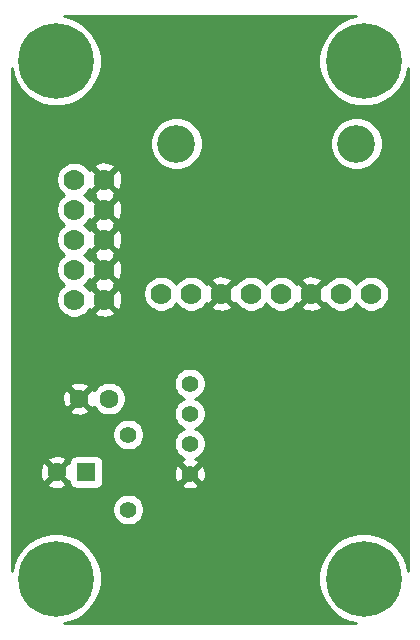
<source format=gbr>
%TF.GenerationSoftware,KiCad,Pcbnew,(5.1.6)-1*%
%TF.CreationDate,2020-11-07T19:51:12-05:00*%
%TF.ProjectId,SatelliteMush,53617465-6c6c-4697-9465-4d7573682e6b,rev?*%
%TF.SameCoordinates,Original*%
%TF.FileFunction,Copper,L2,Bot*%
%TF.FilePolarity,Positive*%
%FSLAX46Y46*%
G04 Gerber Fmt 4.6, Leading zero omitted, Abs format (unit mm)*
G04 Created by KiCad (PCBNEW (5.1.6)-1) date 2020-11-07 19:51:12*
%MOMM*%
%LPD*%
G01*
G04 APERTURE LIST*
%TA.AperFunction,ComponentPad*%
%ADD10C,1.600000*%
%TD*%
%TA.AperFunction,ComponentPad*%
%ADD11C,3.200000*%
%TD*%
%TA.AperFunction,ComponentPad*%
%ADD12C,1.778000*%
%TD*%
%TA.AperFunction,ComponentPad*%
%ADD13R,1.600000X1.600000*%
%TD*%
%TA.AperFunction,ComponentPad*%
%ADD14C,6.400000*%
%TD*%
%TA.AperFunction,ComponentPad*%
%ADD15C,1.422400*%
%TD*%
%TA.AperFunction,Conductor*%
%ADD16C,0.254000*%
%TD*%
G04 APERTURE END LIST*
D10*
%TO.P,C1,2*%
%TO.N,GND*%
X151805000Y-97790000D03*
%TO.P,C1,1*%
%TO.N,+5V*%
X154305000Y-97790000D03*
%TD*%
D11*
%TO.P,U2,10*%
%TO.N,N/C*%
X175260000Y-76200000D03*
%TO.P,U2,9*%
X160020000Y-76200000D03*
D12*
%TO.P,U2,1*%
%TO.N,+5V*%
X158750000Y-88900000D03*
%TO.P,U2,2*%
%TO.N,Net-(U2-Pad2)*%
X161290000Y-88900000D03*
%TO.P,U2,3*%
%TO.N,GND*%
X163830000Y-88900000D03*
%TO.P,U2,4*%
%TO.N,SDA*%
X166370000Y-88900000D03*
%TO.P,U2,5*%
%TO.N,SCL*%
X168910000Y-88900000D03*
%TO.P,U2,6*%
%TO.N,GND*%
X171450000Y-88900000D03*
%TO.P,U2,7*%
%TO.N,Net-(U2-Pad7)*%
X173990000Y-88900000D03*
%TO.P,U2,8*%
%TO.N,Net-(U2-Pad8)*%
X176530000Y-88900000D03*
%TD*%
D10*
%TO.P,C2,2*%
%TO.N,GND*%
X149900000Y-104013000D03*
D13*
%TO.P,C2,1*%
%TO.N,+5V*%
X152400000Y-104013000D03*
%TD*%
D14*
%TO.P,REF\u002A\u002A,1*%
%TO.N,N/C*%
X175895000Y-113030000D03*
%TD*%
%TO.P,REF\u002A\u002A,1*%
%TO.N,N/C*%
X149860000Y-113030000D03*
%TD*%
%TO.P,REF\u002A\u002A,1*%
%TO.N,N/C*%
X149860000Y-69215000D03*
%TD*%
%TO.P,REF\u002A\u002A,1*%
%TO.N,N/C*%
X175895000Y-69215000D03*
%TD*%
D15*
%TO.P,U1,1*%
%TO.N,+5V*%
X161163000Y-96520000D03*
%TO.P,U1,4*%
%TO.N,GND*%
X161163000Y-104140000D03*
%TO.P,U1,3*%
%TO.N,Net-(U1-Pad3)*%
X161163000Y-101600000D03*
%TO.P,U1,2*%
%TO.N,D4*%
X161163000Y-99060000D03*
%TD*%
%TO.P,R1,2*%
%TO.N,D4*%
X155956000Y-107188000D03*
%TO.P,R1,1*%
%TO.N,+5V*%
X155956000Y-100838000D03*
%TD*%
D12*
%TO.P,J1,3*%
%TO.N,D4*%
X151384000Y-86868000D03*
%TO.P,J1,1*%
%TO.N,+5V*%
X151384000Y-89408000D03*
%TO.P,J1,5*%
%TO.N,SDA*%
X151384000Y-84328000D03*
%TO.P,J1,7*%
%TO.N,SCL*%
X151384000Y-81788000D03*
%TO.P,J1,9*%
%TO.N,Net-(J1-Pad9)*%
X151384000Y-79248000D03*
%TO.P,J1,10*%
%TO.N,GND*%
X153924000Y-79248000D03*
%TO.P,J1,4*%
X153924000Y-86868000D03*
%TO.P,J1,2*%
X153924000Y-89408000D03*
%TO.P,J1,6*%
X153924000Y-84328000D03*
%TO.P,J1,8*%
X153924000Y-81788000D03*
%TD*%
D16*
%TO.N,GND*%
G36*
X174776372Y-65527377D02*
G01*
X174078446Y-65816467D01*
X173450330Y-66236161D01*
X172916161Y-66770330D01*
X172496467Y-67398446D01*
X172207377Y-68096372D01*
X172060000Y-68837285D01*
X172060000Y-69592715D01*
X172207377Y-70333628D01*
X172496467Y-71031554D01*
X172916161Y-71659670D01*
X173450330Y-72193839D01*
X174078446Y-72613533D01*
X174776372Y-72902623D01*
X175517285Y-73050000D01*
X176272715Y-73050000D01*
X177013628Y-72902623D01*
X177711554Y-72613533D01*
X178339670Y-72193839D01*
X178873839Y-71659670D01*
X179293533Y-71031554D01*
X179582623Y-70333628D01*
X179680000Y-69844082D01*
X179680001Y-112400923D01*
X179582623Y-111911372D01*
X179293533Y-111213446D01*
X178873839Y-110585330D01*
X178339670Y-110051161D01*
X177711554Y-109631467D01*
X177013628Y-109342377D01*
X176272715Y-109195000D01*
X175517285Y-109195000D01*
X174776372Y-109342377D01*
X174078446Y-109631467D01*
X173450330Y-110051161D01*
X172916161Y-110585330D01*
X172496467Y-111213446D01*
X172207377Y-111911372D01*
X172060000Y-112652285D01*
X172060000Y-113407715D01*
X172207377Y-114148628D01*
X172496467Y-114846554D01*
X172916161Y-115474670D01*
X173450330Y-116008839D01*
X174078446Y-116428533D01*
X174776372Y-116717623D01*
X175265918Y-116815000D01*
X150489082Y-116815000D01*
X150978628Y-116717623D01*
X151676554Y-116428533D01*
X152304670Y-116008839D01*
X152838839Y-115474670D01*
X153258533Y-114846554D01*
X153547623Y-114148628D01*
X153695000Y-113407715D01*
X153695000Y-112652285D01*
X153547623Y-111911372D01*
X153258533Y-111213446D01*
X152838839Y-110585330D01*
X152304670Y-110051161D01*
X151676554Y-109631467D01*
X150978628Y-109342377D01*
X150237715Y-109195000D01*
X149482285Y-109195000D01*
X148741372Y-109342377D01*
X148043446Y-109631467D01*
X147415330Y-110051161D01*
X146881161Y-110585330D01*
X146461467Y-111213446D01*
X146172377Y-111911372D01*
X146075000Y-112400918D01*
X146075000Y-107055411D01*
X154609800Y-107055411D01*
X154609800Y-107320589D01*
X154661533Y-107580672D01*
X154763013Y-107825665D01*
X154910338Y-108046153D01*
X155097847Y-108233662D01*
X155318335Y-108380987D01*
X155563328Y-108482467D01*
X155823411Y-108534200D01*
X156088589Y-108534200D01*
X156348672Y-108482467D01*
X156593665Y-108380987D01*
X156814153Y-108233662D01*
X157001662Y-108046153D01*
X157148987Y-107825665D01*
X157250467Y-107580672D01*
X157302200Y-107320589D01*
X157302200Y-107055411D01*
X157250467Y-106795328D01*
X157148987Y-106550335D01*
X157001662Y-106329847D01*
X156814153Y-106142338D01*
X156593665Y-105995013D01*
X156348672Y-105893533D01*
X156088589Y-105841800D01*
X155823411Y-105841800D01*
X155563328Y-105893533D01*
X155318335Y-105995013D01*
X155097847Y-106142338D01*
X154910338Y-106329847D01*
X154763013Y-106550335D01*
X154661533Y-106795328D01*
X154609800Y-107055411D01*
X146075000Y-107055411D01*
X146075000Y-105005702D01*
X149086903Y-105005702D01*
X149158486Y-105249671D01*
X149413996Y-105370571D01*
X149688184Y-105439300D01*
X149970512Y-105453217D01*
X150250130Y-105411787D01*
X150516292Y-105316603D01*
X150641514Y-105249671D01*
X150713097Y-105005702D01*
X149900000Y-104192605D01*
X149086903Y-105005702D01*
X146075000Y-105005702D01*
X146075000Y-104083512D01*
X148459783Y-104083512D01*
X148501213Y-104363130D01*
X148596397Y-104629292D01*
X148663329Y-104754514D01*
X148907298Y-104826097D01*
X149720395Y-104013000D01*
X150079605Y-104013000D01*
X150892702Y-104826097D01*
X150961928Y-104805785D01*
X150961928Y-104813000D01*
X150974188Y-104937482D01*
X151010498Y-105057180D01*
X151069463Y-105167494D01*
X151148815Y-105264185D01*
X151245506Y-105343537D01*
X151355820Y-105402502D01*
X151475518Y-105438812D01*
X151600000Y-105451072D01*
X153200000Y-105451072D01*
X153324482Y-105438812D01*
X153444180Y-105402502D01*
X153554494Y-105343537D01*
X153651185Y-105264185D01*
X153730537Y-105167494D01*
X153783038Y-105069273D01*
X160413332Y-105069273D01*
X160474152Y-105304183D01*
X160714509Y-105416202D01*
X160972102Y-105479176D01*
X161237030Y-105490687D01*
X161499113Y-105450291D01*
X161748280Y-105359542D01*
X161851848Y-105304183D01*
X161912668Y-105069273D01*
X161163000Y-104319605D01*
X160413332Y-105069273D01*
X153783038Y-105069273D01*
X153789502Y-105057180D01*
X153825812Y-104937482D01*
X153838072Y-104813000D01*
X153838072Y-104214030D01*
X159812313Y-104214030D01*
X159852709Y-104476113D01*
X159943458Y-104725280D01*
X159998817Y-104828848D01*
X160233727Y-104889668D01*
X160983395Y-104140000D01*
X161342605Y-104140000D01*
X162092273Y-104889668D01*
X162327183Y-104828848D01*
X162439202Y-104588491D01*
X162502176Y-104330898D01*
X162513687Y-104065970D01*
X162473291Y-103803887D01*
X162382542Y-103554720D01*
X162327183Y-103451152D01*
X162092273Y-103390332D01*
X161342605Y-104140000D01*
X160983395Y-104140000D01*
X160233727Y-103390332D01*
X159998817Y-103451152D01*
X159886798Y-103691509D01*
X159823824Y-103949102D01*
X159812313Y-104214030D01*
X153838072Y-104214030D01*
X153838072Y-103213000D01*
X153825812Y-103088518D01*
X153789502Y-102968820D01*
X153730537Y-102858506D01*
X153651185Y-102761815D01*
X153554494Y-102682463D01*
X153444180Y-102623498D01*
X153324482Y-102587188D01*
X153200000Y-102574928D01*
X151600000Y-102574928D01*
X151475518Y-102587188D01*
X151355820Y-102623498D01*
X151245506Y-102682463D01*
X151148815Y-102761815D01*
X151069463Y-102858506D01*
X151010498Y-102968820D01*
X150974188Y-103088518D01*
X150961928Y-103213000D01*
X150961928Y-103220215D01*
X150892702Y-103199903D01*
X150079605Y-104013000D01*
X149720395Y-104013000D01*
X148907298Y-103199903D01*
X148663329Y-103271486D01*
X148542429Y-103526996D01*
X148473700Y-103801184D01*
X148459783Y-104083512D01*
X146075000Y-104083512D01*
X146075000Y-103020298D01*
X149086903Y-103020298D01*
X149900000Y-103833395D01*
X150713097Y-103020298D01*
X150641514Y-102776329D01*
X150386004Y-102655429D01*
X150111816Y-102586700D01*
X149829488Y-102572783D01*
X149549870Y-102614213D01*
X149283708Y-102709397D01*
X149158486Y-102776329D01*
X149086903Y-103020298D01*
X146075000Y-103020298D01*
X146075000Y-100705411D01*
X154609800Y-100705411D01*
X154609800Y-100970589D01*
X154661533Y-101230672D01*
X154763013Y-101475665D01*
X154910338Y-101696153D01*
X155097847Y-101883662D01*
X155318335Y-102030987D01*
X155563328Y-102132467D01*
X155823411Y-102184200D01*
X156088589Y-102184200D01*
X156348672Y-102132467D01*
X156593665Y-102030987D01*
X156814153Y-101883662D01*
X157001662Y-101696153D01*
X157148987Y-101475665D01*
X157250467Y-101230672D01*
X157302200Y-100970589D01*
X157302200Y-100705411D01*
X157250467Y-100445328D01*
X157148987Y-100200335D01*
X157001662Y-99979847D01*
X156814153Y-99792338D01*
X156593665Y-99645013D01*
X156348672Y-99543533D01*
X156088589Y-99491800D01*
X155823411Y-99491800D01*
X155563328Y-99543533D01*
X155318335Y-99645013D01*
X155097847Y-99792338D01*
X154910338Y-99979847D01*
X154763013Y-100200335D01*
X154661533Y-100445328D01*
X154609800Y-100705411D01*
X146075000Y-100705411D01*
X146075000Y-98782702D01*
X150991903Y-98782702D01*
X151063486Y-99026671D01*
X151318996Y-99147571D01*
X151593184Y-99216300D01*
X151875512Y-99230217D01*
X152155130Y-99188787D01*
X152421292Y-99093603D01*
X152546514Y-99026671D01*
X152618097Y-98782702D01*
X151805000Y-97969605D01*
X150991903Y-98782702D01*
X146075000Y-98782702D01*
X146075000Y-97860512D01*
X150364783Y-97860512D01*
X150406213Y-98140130D01*
X150501397Y-98406292D01*
X150568329Y-98531514D01*
X150812298Y-98603097D01*
X151625395Y-97790000D01*
X151984605Y-97790000D01*
X152797702Y-98603097D01*
X153041671Y-98531514D01*
X153055324Y-98502659D01*
X153190363Y-98704759D01*
X153390241Y-98904637D01*
X153625273Y-99061680D01*
X153886426Y-99169853D01*
X154163665Y-99225000D01*
X154446335Y-99225000D01*
X154723574Y-99169853D01*
X154984727Y-99061680D01*
X155219759Y-98904637D01*
X155419637Y-98704759D01*
X155576680Y-98469727D01*
X155684853Y-98208574D01*
X155740000Y-97931335D01*
X155740000Y-97648665D01*
X155684853Y-97371426D01*
X155576680Y-97110273D01*
X155419637Y-96875241D01*
X155219759Y-96675363D01*
X154984727Y-96518320D01*
X154723574Y-96410147D01*
X154609274Y-96387411D01*
X159816800Y-96387411D01*
X159816800Y-96652589D01*
X159868533Y-96912672D01*
X159970013Y-97157665D01*
X160117338Y-97378153D01*
X160304847Y-97565662D01*
X160525335Y-97712987D01*
X160711260Y-97790000D01*
X160525335Y-97867013D01*
X160304847Y-98014338D01*
X160117338Y-98201847D01*
X159970013Y-98422335D01*
X159868533Y-98667328D01*
X159816800Y-98927411D01*
X159816800Y-99192589D01*
X159868533Y-99452672D01*
X159970013Y-99697665D01*
X160117338Y-99918153D01*
X160304847Y-100105662D01*
X160525335Y-100252987D01*
X160711260Y-100330000D01*
X160525335Y-100407013D01*
X160304847Y-100554338D01*
X160117338Y-100741847D01*
X159970013Y-100962335D01*
X159868533Y-101207328D01*
X159816800Y-101467411D01*
X159816800Y-101732589D01*
X159868533Y-101992672D01*
X159970013Y-102237665D01*
X160117338Y-102458153D01*
X160304847Y-102645662D01*
X160525335Y-102792987D01*
X160713600Y-102870969D01*
X160577720Y-102920458D01*
X160474152Y-102975817D01*
X160413332Y-103210727D01*
X161163000Y-103960395D01*
X161912668Y-103210727D01*
X161851848Y-102975817D01*
X161620066Y-102867794D01*
X161800665Y-102792987D01*
X162021153Y-102645662D01*
X162208662Y-102458153D01*
X162355987Y-102237665D01*
X162457467Y-101992672D01*
X162509200Y-101732589D01*
X162509200Y-101467411D01*
X162457467Y-101207328D01*
X162355987Y-100962335D01*
X162208662Y-100741847D01*
X162021153Y-100554338D01*
X161800665Y-100407013D01*
X161614740Y-100330000D01*
X161800665Y-100252987D01*
X162021153Y-100105662D01*
X162208662Y-99918153D01*
X162355987Y-99697665D01*
X162457467Y-99452672D01*
X162509200Y-99192589D01*
X162509200Y-98927411D01*
X162457467Y-98667328D01*
X162355987Y-98422335D01*
X162208662Y-98201847D01*
X162021153Y-98014338D01*
X161800665Y-97867013D01*
X161614740Y-97790000D01*
X161800665Y-97712987D01*
X162021153Y-97565662D01*
X162208662Y-97378153D01*
X162355987Y-97157665D01*
X162457467Y-96912672D01*
X162509200Y-96652589D01*
X162509200Y-96387411D01*
X162457467Y-96127328D01*
X162355987Y-95882335D01*
X162208662Y-95661847D01*
X162021153Y-95474338D01*
X161800665Y-95327013D01*
X161555672Y-95225533D01*
X161295589Y-95173800D01*
X161030411Y-95173800D01*
X160770328Y-95225533D01*
X160525335Y-95327013D01*
X160304847Y-95474338D01*
X160117338Y-95661847D01*
X159970013Y-95882335D01*
X159868533Y-96127328D01*
X159816800Y-96387411D01*
X154609274Y-96387411D01*
X154446335Y-96355000D01*
X154163665Y-96355000D01*
X153886426Y-96410147D01*
X153625273Y-96518320D01*
X153390241Y-96675363D01*
X153190363Y-96875241D01*
X153056308Y-97075869D01*
X153041671Y-97048486D01*
X152797702Y-96976903D01*
X151984605Y-97790000D01*
X151625395Y-97790000D01*
X150812298Y-96976903D01*
X150568329Y-97048486D01*
X150447429Y-97303996D01*
X150378700Y-97578184D01*
X150364783Y-97860512D01*
X146075000Y-97860512D01*
X146075000Y-96797298D01*
X150991903Y-96797298D01*
X151805000Y-97610395D01*
X152618097Y-96797298D01*
X152546514Y-96553329D01*
X152291004Y-96432429D01*
X152016816Y-96363700D01*
X151734488Y-96349783D01*
X151454870Y-96391213D01*
X151188708Y-96486397D01*
X151063486Y-96553329D01*
X150991903Y-96797298D01*
X146075000Y-96797298D01*
X146075000Y-79097899D01*
X149860000Y-79097899D01*
X149860000Y-79398101D01*
X149918566Y-79692534D01*
X150033449Y-79969885D01*
X150200232Y-80219493D01*
X150412507Y-80431768D01*
X150541562Y-80518000D01*
X150412507Y-80604232D01*
X150200232Y-80816507D01*
X150033449Y-81066115D01*
X149918566Y-81343466D01*
X149860000Y-81637899D01*
X149860000Y-81938101D01*
X149918566Y-82232534D01*
X150033449Y-82509885D01*
X150200232Y-82759493D01*
X150412507Y-82971768D01*
X150541562Y-83058000D01*
X150412507Y-83144232D01*
X150200232Y-83356507D01*
X150033449Y-83606115D01*
X149918566Y-83883466D01*
X149860000Y-84177899D01*
X149860000Y-84478101D01*
X149918566Y-84772534D01*
X150033449Y-85049885D01*
X150200232Y-85299493D01*
X150412507Y-85511768D01*
X150541562Y-85598000D01*
X150412507Y-85684232D01*
X150200232Y-85896507D01*
X150033449Y-86146115D01*
X149918566Y-86423466D01*
X149860000Y-86717899D01*
X149860000Y-87018101D01*
X149918566Y-87312534D01*
X150033449Y-87589885D01*
X150200232Y-87839493D01*
X150412507Y-88051768D01*
X150541562Y-88138000D01*
X150412507Y-88224232D01*
X150200232Y-88436507D01*
X150033449Y-88686115D01*
X149918566Y-88963466D01*
X149860000Y-89257899D01*
X149860000Y-89558101D01*
X149918566Y-89852534D01*
X150033449Y-90129885D01*
X150200232Y-90379493D01*
X150412507Y-90591768D01*
X150662115Y-90758551D01*
X150939466Y-90873434D01*
X151233899Y-90932000D01*
X151534101Y-90932000D01*
X151828534Y-90873434D01*
X152105885Y-90758551D01*
X152355493Y-90591768D01*
X152483030Y-90464231D01*
X153047374Y-90464231D01*
X153129727Y-90717289D01*
X153400418Y-90847086D01*
X153691230Y-90921580D01*
X153990988Y-90937908D01*
X154288171Y-90895443D01*
X154571359Y-90795816D01*
X154718273Y-90717289D01*
X154800626Y-90464231D01*
X153924000Y-89587605D01*
X153047374Y-90464231D01*
X152483030Y-90464231D01*
X152567768Y-90379493D01*
X152673417Y-90221378D01*
X152867769Y-90284626D01*
X153744395Y-89408000D01*
X154103605Y-89408000D01*
X154980231Y-90284626D01*
X155233289Y-90202273D01*
X155363086Y-89931582D01*
X155437580Y-89640770D01*
X155453908Y-89341012D01*
X155411443Y-89043829D01*
X155311816Y-88760641D01*
X155306075Y-88749899D01*
X157226000Y-88749899D01*
X157226000Y-89050101D01*
X157284566Y-89344534D01*
X157399449Y-89621885D01*
X157566232Y-89871493D01*
X157778507Y-90083768D01*
X158028115Y-90250551D01*
X158305466Y-90365434D01*
X158599899Y-90424000D01*
X158900101Y-90424000D01*
X159194534Y-90365434D01*
X159471885Y-90250551D01*
X159721493Y-90083768D01*
X159933768Y-89871493D01*
X160020000Y-89742438D01*
X160106232Y-89871493D01*
X160318507Y-90083768D01*
X160568115Y-90250551D01*
X160845466Y-90365434D01*
X161139899Y-90424000D01*
X161440101Y-90424000D01*
X161734534Y-90365434D01*
X162011885Y-90250551D01*
X162261493Y-90083768D01*
X162389030Y-89956231D01*
X162953374Y-89956231D01*
X163035727Y-90209289D01*
X163306418Y-90339086D01*
X163597230Y-90413580D01*
X163896988Y-90429908D01*
X164194171Y-90387443D01*
X164477359Y-90287816D01*
X164624273Y-90209289D01*
X164706626Y-89956231D01*
X163830000Y-89079605D01*
X162953374Y-89956231D01*
X162389030Y-89956231D01*
X162473768Y-89871493D01*
X162579417Y-89713378D01*
X162773769Y-89776626D01*
X163650395Y-88900000D01*
X164009605Y-88900000D01*
X164886231Y-89776626D01*
X165080583Y-89713378D01*
X165186232Y-89871493D01*
X165398507Y-90083768D01*
X165648115Y-90250551D01*
X165925466Y-90365434D01*
X166219899Y-90424000D01*
X166520101Y-90424000D01*
X166814534Y-90365434D01*
X167091885Y-90250551D01*
X167341493Y-90083768D01*
X167553768Y-89871493D01*
X167640000Y-89742438D01*
X167726232Y-89871493D01*
X167938507Y-90083768D01*
X168188115Y-90250551D01*
X168465466Y-90365434D01*
X168759899Y-90424000D01*
X169060101Y-90424000D01*
X169354534Y-90365434D01*
X169631885Y-90250551D01*
X169881493Y-90083768D01*
X170009030Y-89956231D01*
X170573374Y-89956231D01*
X170655727Y-90209289D01*
X170926418Y-90339086D01*
X171217230Y-90413580D01*
X171516988Y-90429908D01*
X171814171Y-90387443D01*
X172097359Y-90287816D01*
X172244273Y-90209289D01*
X172326626Y-89956231D01*
X171450000Y-89079605D01*
X170573374Y-89956231D01*
X170009030Y-89956231D01*
X170093768Y-89871493D01*
X170199417Y-89713378D01*
X170393769Y-89776626D01*
X171270395Y-88900000D01*
X171629605Y-88900000D01*
X172506231Y-89776626D01*
X172700583Y-89713378D01*
X172806232Y-89871493D01*
X173018507Y-90083768D01*
X173268115Y-90250551D01*
X173545466Y-90365434D01*
X173839899Y-90424000D01*
X174140101Y-90424000D01*
X174434534Y-90365434D01*
X174711885Y-90250551D01*
X174961493Y-90083768D01*
X175173768Y-89871493D01*
X175260000Y-89742438D01*
X175346232Y-89871493D01*
X175558507Y-90083768D01*
X175808115Y-90250551D01*
X176085466Y-90365434D01*
X176379899Y-90424000D01*
X176680101Y-90424000D01*
X176974534Y-90365434D01*
X177251885Y-90250551D01*
X177501493Y-90083768D01*
X177713768Y-89871493D01*
X177880551Y-89621885D01*
X177995434Y-89344534D01*
X178054000Y-89050101D01*
X178054000Y-88749899D01*
X177995434Y-88455466D01*
X177880551Y-88178115D01*
X177713768Y-87928507D01*
X177501493Y-87716232D01*
X177251885Y-87549449D01*
X176974534Y-87434566D01*
X176680101Y-87376000D01*
X176379899Y-87376000D01*
X176085466Y-87434566D01*
X175808115Y-87549449D01*
X175558507Y-87716232D01*
X175346232Y-87928507D01*
X175260000Y-88057562D01*
X175173768Y-87928507D01*
X174961493Y-87716232D01*
X174711885Y-87549449D01*
X174434534Y-87434566D01*
X174140101Y-87376000D01*
X173839899Y-87376000D01*
X173545466Y-87434566D01*
X173268115Y-87549449D01*
X173018507Y-87716232D01*
X172806232Y-87928507D01*
X172700583Y-88086622D01*
X172506231Y-88023374D01*
X171629605Y-88900000D01*
X171270395Y-88900000D01*
X170393769Y-88023374D01*
X170199417Y-88086622D01*
X170093768Y-87928507D01*
X170009030Y-87843769D01*
X170573374Y-87843769D01*
X171450000Y-88720395D01*
X172326626Y-87843769D01*
X172244273Y-87590711D01*
X171973582Y-87460914D01*
X171682770Y-87386420D01*
X171383012Y-87370092D01*
X171085829Y-87412557D01*
X170802641Y-87512184D01*
X170655727Y-87590711D01*
X170573374Y-87843769D01*
X170009030Y-87843769D01*
X169881493Y-87716232D01*
X169631885Y-87549449D01*
X169354534Y-87434566D01*
X169060101Y-87376000D01*
X168759899Y-87376000D01*
X168465466Y-87434566D01*
X168188115Y-87549449D01*
X167938507Y-87716232D01*
X167726232Y-87928507D01*
X167640000Y-88057562D01*
X167553768Y-87928507D01*
X167341493Y-87716232D01*
X167091885Y-87549449D01*
X166814534Y-87434566D01*
X166520101Y-87376000D01*
X166219899Y-87376000D01*
X165925466Y-87434566D01*
X165648115Y-87549449D01*
X165398507Y-87716232D01*
X165186232Y-87928507D01*
X165080583Y-88086622D01*
X164886231Y-88023374D01*
X164009605Y-88900000D01*
X163650395Y-88900000D01*
X162773769Y-88023374D01*
X162579417Y-88086622D01*
X162473768Y-87928507D01*
X162389030Y-87843769D01*
X162953374Y-87843769D01*
X163830000Y-88720395D01*
X164706626Y-87843769D01*
X164624273Y-87590711D01*
X164353582Y-87460914D01*
X164062770Y-87386420D01*
X163763012Y-87370092D01*
X163465829Y-87412557D01*
X163182641Y-87512184D01*
X163035727Y-87590711D01*
X162953374Y-87843769D01*
X162389030Y-87843769D01*
X162261493Y-87716232D01*
X162011885Y-87549449D01*
X161734534Y-87434566D01*
X161440101Y-87376000D01*
X161139899Y-87376000D01*
X160845466Y-87434566D01*
X160568115Y-87549449D01*
X160318507Y-87716232D01*
X160106232Y-87928507D01*
X160020000Y-88057562D01*
X159933768Y-87928507D01*
X159721493Y-87716232D01*
X159471885Y-87549449D01*
X159194534Y-87434566D01*
X158900101Y-87376000D01*
X158599899Y-87376000D01*
X158305466Y-87434566D01*
X158028115Y-87549449D01*
X157778507Y-87716232D01*
X157566232Y-87928507D01*
X157399449Y-88178115D01*
X157284566Y-88455466D01*
X157226000Y-88749899D01*
X155306075Y-88749899D01*
X155233289Y-88613727D01*
X154980231Y-88531374D01*
X154103605Y-89408000D01*
X153744395Y-89408000D01*
X152867769Y-88531374D01*
X152673417Y-88594622D01*
X152567768Y-88436507D01*
X152355493Y-88224232D01*
X152226438Y-88138000D01*
X152355493Y-88051768D01*
X152483030Y-87924231D01*
X153047374Y-87924231D01*
X153116941Y-88138000D01*
X153047374Y-88351769D01*
X153924000Y-89228395D01*
X154800626Y-88351769D01*
X154731059Y-88138000D01*
X154800626Y-87924231D01*
X153924000Y-87047605D01*
X153047374Y-87924231D01*
X152483030Y-87924231D01*
X152567768Y-87839493D01*
X152673417Y-87681378D01*
X152867769Y-87744626D01*
X153744395Y-86868000D01*
X154103605Y-86868000D01*
X154980231Y-87744626D01*
X155233289Y-87662273D01*
X155363086Y-87391582D01*
X155437580Y-87100770D01*
X155453908Y-86801012D01*
X155411443Y-86503829D01*
X155311816Y-86220641D01*
X155233289Y-86073727D01*
X154980231Y-85991374D01*
X154103605Y-86868000D01*
X153744395Y-86868000D01*
X152867769Y-85991374D01*
X152673417Y-86054622D01*
X152567768Y-85896507D01*
X152355493Y-85684232D01*
X152226438Y-85598000D01*
X152355493Y-85511768D01*
X152483030Y-85384231D01*
X153047374Y-85384231D01*
X153116941Y-85598000D01*
X153047374Y-85811769D01*
X153924000Y-86688395D01*
X154800626Y-85811769D01*
X154731059Y-85598000D01*
X154800626Y-85384231D01*
X153924000Y-84507605D01*
X153047374Y-85384231D01*
X152483030Y-85384231D01*
X152567768Y-85299493D01*
X152673417Y-85141378D01*
X152867769Y-85204626D01*
X153744395Y-84328000D01*
X154103605Y-84328000D01*
X154980231Y-85204626D01*
X155233289Y-85122273D01*
X155363086Y-84851582D01*
X155437580Y-84560770D01*
X155453908Y-84261012D01*
X155411443Y-83963829D01*
X155311816Y-83680641D01*
X155233289Y-83533727D01*
X154980231Y-83451374D01*
X154103605Y-84328000D01*
X153744395Y-84328000D01*
X152867769Y-83451374D01*
X152673417Y-83514622D01*
X152567768Y-83356507D01*
X152355493Y-83144232D01*
X152226438Y-83058000D01*
X152355493Y-82971768D01*
X152483030Y-82844231D01*
X153047374Y-82844231D01*
X153116941Y-83058000D01*
X153047374Y-83271769D01*
X153924000Y-84148395D01*
X154800626Y-83271769D01*
X154731059Y-83058000D01*
X154800626Y-82844231D01*
X153924000Y-81967605D01*
X153047374Y-82844231D01*
X152483030Y-82844231D01*
X152567768Y-82759493D01*
X152673417Y-82601378D01*
X152867769Y-82664626D01*
X153744395Y-81788000D01*
X154103605Y-81788000D01*
X154980231Y-82664626D01*
X155233289Y-82582273D01*
X155363086Y-82311582D01*
X155437580Y-82020770D01*
X155453908Y-81721012D01*
X155411443Y-81423829D01*
X155311816Y-81140641D01*
X155233289Y-80993727D01*
X154980231Y-80911374D01*
X154103605Y-81788000D01*
X153744395Y-81788000D01*
X152867769Y-80911374D01*
X152673417Y-80974622D01*
X152567768Y-80816507D01*
X152355493Y-80604232D01*
X152226438Y-80518000D01*
X152355493Y-80431768D01*
X152483030Y-80304231D01*
X153047374Y-80304231D01*
X153116941Y-80518000D01*
X153047374Y-80731769D01*
X153924000Y-81608395D01*
X154800626Y-80731769D01*
X154731059Y-80518000D01*
X154800626Y-80304231D01*
X153924000Y-79427605D01*
X153047374Y-80304231D01*
X152483030Y-80304231D01*
X152567768Y-80219493D01*
X152673417Y-80061378D01*
X152867769Y-80124626D01*
X153744395Y-79248000D01*
X154103605Y-79248000D01*
X154980231Y-80124626D01*
X155233289Y-80042273D01*
X155363086Y-79771582D01*
X155437580Y-79480770D01*
X155453908Y-79181012D01*
X155411443Y-78883829D01*
X155311816Y-78600641D01*
X155233289Y-78453727D01*
X154980231Y-78371374D01*
X154103605Y-79248000D01*
X153744395Y-79248000D01*
X152867769Y-78371374D01*
X152673417Y-78434622D01*
X152567768Y-78276507D01*
X152483030Y-78191769D01*
X153047374Y-78191769D01*
X153924000Y-79068395D01*
X154800626Y-78191769D01*
X154718273Y-77938711D01*
X154447582Y-77808914D01*
X154156770Y-77734420D01*
X153857012Y-77718092D01*
X153559829Y-77760557D01*
X153276641Y-77860184D01*
X153129727Y-77938711D01*
X153047374Y-78191769D01*
X152483030Y-78191769D01*
X152355493Y-78064232D01*
X152105885Y-77897449D01*
X151828534Y-77782566D01*
X151534101Y-77724000D01*
X151233899Y-77724000D01*
X150939466Y-77782566D01*
X150662115Y-77897449D01*
X150412507Y-78064232D01*
X150200232Y-78276507D01*
X150033449Y-78526115D01*
X149918566Y-78803466D01*
X149860000Y-79097899D01*
X146075000Y-79097899D01*
X146075000Y-75979872D01*
X157785000Y-75979872D01*
X157785000Y-76420128D01*
X157870890Y-76851925D01*
X158039369Y-77258669D01*
X158283962Y-77624729D01*
X158595271Y-77936038D01*
X158961331Y-78180631D01*
X159368075Y-78349110D01*
X159799872Y-78435000D01*
X160240128Y-78435000D01*
X160671925Y-78349110D01*
X161078669Y-78180631D01*
X161444729Y-77936038D01*
X161756038Y-77624729D01*
X162000631Y-77258669D01*
X162169110Y-76851925D01*
X162255000Y-76420128D01*
X162255000Y-75979872D01*
X173025000Y-75979872D01*
X173025000Y-76420128D01*
X173110890Y-76851925D01*
X173279369Y-77258669D01*
X173523962Y-77624729D01*
X173835271Y-77936038D01*
X174201331Y-78180631D01*
X174608075Y-78349110D01*
X175039872Y-78435000D01*
X175480128Y-78435000D01*
X175911925Y-78349110D01*
X176318669Y-78180631D01*
X176684729Y-77936038D01*
X176996038Y-77624729D01*
X177240631Y-77258669D01*
X177409110Y-76851925D01*
X177495000Y-76420128D01*
X177495000Y-75979872D01*
X177409110Y-75548075D01*
X177240631Y-75141331D01*
X176996038Y-74775271D01*
X176684729Y-74463962D01*
X176318669Y-74219369D01*
X175911925Y-74050890D01*
X175480128Y-73965000D01*
X175039872Y-73965000D01*
X174608075Y-74050890D01*
X174201331Y-74219369D01*
X173835271Y-74463962D01*
X173523962Y-74775271D01*
X173279369Y-75141331D01*
X173110890Y-75548075D01*
X173025000Y-75979872D01*
X162255000Y-75979872D01*
X162169110Y-75548075D01*
X162000631Y-75141331D01*
X161756038Y-74775271D01*
X161444729Y-74463962D01*
X161078669Y-74219369D01*
X160671925Y-74050890D01*
X160240128Y-73965000D01*
X159799872Y-73965000D01*
X159368075Y-74050890D01*
X158961331Y-74219369D01*
X158595271Y-74463962D01*
X158283962Y-74775271D01*
X158039369Y-75141331D01*
X157870890Y-75548075D01*
X157785000Y-75979872D01*
X146075000Y-75979872D01*
X146075000Y-69844082D01*
X146172377Y-70333628D01*
X146461467Y-71031554D01*
X146881161Y-71659670D01*
X147415330Y-72193839D01*
X148043446Y-72613533D01*
X148741372Y-72902623D01*
X149482285Y-73050000D01*
X150237715Y-73050000D01*
X150978628Y-72902623D01*
X151676554Y-72613533D01*
X152304670Y-72193839D01*
X152838839Y-71659670D01*
X153258533Y-71031554D01*
X153547623Y-70333628D01*
X153695000Y-69592715D01*
X153695000Y-68837285D01*
X153547623Y-68096372D01*
X153258533Y-67398446D01*
X152838839Y-66770330D01*
X152304670Y-66236161D01*
X151676554Y-65816467D01*
X150978628Y-65527377D01*
X150489082Y-65430000D01*
X175265918Y-65430000D01*
X174776372Y-65527377D01*
G37*
X174776372Y-65527377D02*
X174078446Y-65816467D01*
X173450330Y-66236161D01*
X172916161Y-66770330D01*
X172496467Y-67398446D01*
X172207377Y-68096372D01*
X172060000Y-68837285D01*
X172060000Y-69592715D01*
X172207377Y-70333628D01*
X172496467Y-71031554D01*
X172916161Y-71659670D01*
X173450330Y-72193839D01*
X174078446Y-72613533D01*
X174776372Y-72902623D01*
X175517285Y-73050000D01*
X176272715Y-73050000D01*
X177013628Y-72902623D01*
X177711554Y-72613533D01*
X178339670Y-72193839D01*
X178873839Y-71659670D01*
X179293533Y-71031554D01*
X179582623Y-70333628D01*
X179680000Y-69844082D01*
X179680001Y-112400923D01*
X179582623Y-111911372D01*
X179293533Y-111213446D01*
X178873839Y-110585330D01*
X178339670Y-110051161D01*
X177711554Y-109631467D01*
X177013628Y-109342377D01*
X176272715Y-109195000D01*
X175517285Y-109195000D01*
X174776372Y-109342377D01*
X174078446Y-109631467D01*
X173450330Y-110051161D01*
X172916161Y-110585330D01*
X172496467Y-111213446D01*
X172207377Y-111911372D01*
X172060000Y-112652285D01*
X172060000Y-113407715D01*
X172207377Y-114148628D01*
X172496467Y-114846554D01*
X172916161Y-115474670D01*
X173450330Y-116008839D01*
X174078446Y-116428533D01*
X174776372Y-116717623D01*
X175265918Y-116815000D01*
X150489082Y-116815000D01*
X150978628Y-116717623D01*
X151676554Y-116428533D01*
X152304670Y-116008839D01*
X152838839Y-115474670D01*
X153258533Y-114846554D01*
X153547623Y-114148628D01*
X153695000Y-113407715D01*
X153695000Y-112652285D01*
X153547623Y-111911372D01*
X153258533Y-111213446D01*
X152838839Y-110585330D01*
X152304670Y-110051161D01*
X151676554Y-109631467D01*
X150978628Y-109342377D01*
X150237715Y-109195000D01*
X149482285Y-109195000D01*
X148741372Y-109342377D01*
X148043446Y-109631467D01*
X147415330Y-110051161D01*
X146881161Y-110585330D01*
X146461467Y-111213446D01*
X146172377Y-111911372D01*
X146075000Y-112400918D01*
X146075000Y-107055411D01*
X154609800Y-107055411D01*
X154609800Y-107320589D01*
X154661533Y-107580672D01*
X154763013Y-107825665D01*
X154910338Y-108046153D01*
X155097847Y-108233662D01*
X155318335Y-108380987D01*
X155563328Y-108482467D01*
X155823411Y-108534200D01*
X156088589Y-108534200D01*
X156348672Y-108482467D01*
X156593665Y-108380987D01*
X156814153Y-108233662D01*
X157001662Y-108046153D01*
X157148987Y-107825665D01*
X157250467Y-107580672D01*
X157302200Y-107320589D01*
X157302200Y-107055411D01*
X157250467Y-106795328D01*
X157148987Y-106550335D01*
X157001662Y-106329847D01*
X156814153Y-106142338D01*
X156593665Y-105995013D01*
X156348672Y-105893533D01*
X156088589Y-105841800D01*
X155823411Y-105841800D01*
X155563328Y-105893533D01*
X155318335Y-105995013D01*
X155097847Y-106142338D01*
X154910338Y-106329847D01*
X154763013Y-106550335D01*
X154661533Y-106795328D01*
X154609800Y-107055411D01*
X146075000Y-107055411D01*
X146075000Y-105005702D01*
X149086903Y-105005702D01*
X149158486Y-105249671D01*
X149413996Y-105370571D01*
X149688184Y-105439300D01*
X149970512Y-105453217D01*
X150250130Y-105411787D01*
X150516292Y-105316603D01*
X150641514Y-105249671D01*
X150713097Y-105005702D01*
X149900000Y-104192605D01*
X149086903Y-105005702D01*
X146075000Y-105005702D01*
X146075000Y-104083512D01*
X148459783Y-104083512D01*
X148501213Y-104363130D01*
X148596397Y-104629292D01*
X148663329Y-104754514D01*
X148907298Y-104826097D01*
X149720395Y-104013000D01*
X150079605Y-104013000D01*
X150892702Y-104826097D01*
X150961928Y-104805785D01*
X150961928Y-104813000D01*
X150974188Y-104937482D01*
X151010498Y-105057180D01*
X151069463Y-105167494D01*
X151148815Y-105264185D01*
X151245506Y-105343537D01*
X151355820Y-105402502D01*
X151475518Y-105438812D01*
X151600000Y-105451072D01*
X153200000Y-105451072D01*
X153324482Y-105438812D01*
X153444180Y-105402502D01*
X153554494Y-105343537D01*
X153651185Y-105264185D01*
X153730537Y-105167494D01*
X153783038Y-105069273D01*
X160413332Y-105069273D01*
X160474152Y-105304183D01*
X160714509Y-105416202D01*
X160972102Y-105479176D01*
X161237030Y-105490687D01*
X161499113Y-105450291D01*
X161748280Y-105359542D01*
X161851848Y-105304183D01*
X161912668Y-105069273D01*
X161163000Y-104319605D01*
X160413332Y-105069273D01*
X153783038Y-105069273D01*
X153789502Y-105057180D01*
X153825812Y-104937482D01*
X153838072Y-104813000D01*
X153838072Y-104214030D01*
X159812313Y-104214030D01*
X159852709Y-104476113D01*
X159943458Y-104725280D01*
X159998817Y-104828848D01*
X160233727Y-104889668D01*
X160983395Y-104140000D01*
X161342605Y-104140000D01*
X162092273Y-104889668D01*
X162327183Y-104828848D01*
X162439202Y-104588491D01*
X162502176Y-104330898D01*
X162513687Y-104065970D01*
X162473291Y-103803887D01*
X162382542Y-103554720D01*
X162327183Y-103451152D01*
X162092273Y-103390332D01*
X161342605Y-104140000D01*
X160983395Y-104140000D01*
X160233727Y-103390332D01*
X159998817Y-103451152D01*
X159886798Y-103691509D01*
X159823824Y-103949102D01*
X159812313Y-104214030D01*
X153838072Y-104214030D01*
X153838072Y-103213000D01*
X153825812Y-103088518D01*
X153789502Y-102968820D01*
X153730537Y-102858506D01*
X153651185Y-102761815D01*
X153554494Y-102682463D01*
X153444180Y-102623498D01*
X153324482Y-102587188D01*
X153200000Y-102574928D01*
X151600000Y-102574928D01*
X151475518Y-102587188D01*
X151355820Y-102623498D01*
X151245506Y-102682463D01*
X151148815Y-102761815D01*
X151069463Y-102858506D01*
X151010498Y-102968820D01*
X150974188Y-103088518D01*
X150961928Y-103213000D01*
X150961928Y-103220215D01*
X150892702Y-103199903D01*
X150079605Y-104013000D01*
X149720395Y-104013000D01*
X148907298Y-103199903D01*
X148663329Y-103271486D01*
X148542429Y-103526996D01*
X148473700Y-103801184D01*
X148459783Y-104083512D01*
X146075000Y-104083512D01*
X146075000Y-103020298D01*
X149086903Y-103020298D01*
X149900000Y-103833395D01*
X150713097Y-103020298D01*
X150641514Y-102776329D01*
X150386004Y-102655429D01*
X150111816Y-102586700D01*
X149829488Y-102572783D01*
X149549870Y-102614213D01*
X149283708Y-102709397D01*
X149158486Y-102776329D01*
X149086903Y-103020298D01*
X146075000Y-103020298D01*
X146075000Y-100705411D01*
X154609800Y-100705411D01*
X154609800Y-100970589D01*
X154661533Y-101230672D01*
X154763013Y-101475665D01*
X154910338Y-101696153D01*
X155097847Y-101883662D01*
X155318335Y-102030987D01*
X155563328Y-102132467D01*
X155823411Y-102184200D01*
X156088589Y-102184200D01*
X156348672Y-102132467D01*
X156593665Y-102030987D01*
X156814153Y-101883662D01*
X157001662Y-101696153D01*
X157148987Y-101475665D01*
X157250467Y-101230672D01*
X157302200Y-100970589D01*
X157302200Y-100705411D01*
X157250467Y-100445328D01*
X157148987Y-100200335D01*
X157001662Y-99979847D01*
X156814153Y-99792338D01*
X156593665Y-99645013D01*
X156348672Y-99543533D01*
X156088589Y-99491800D01*
X155823411Y-99491800D01*
X155563328Y-99543533D01*
X155318335Y-99645013D01*
X155097847Y-99792338D01*
X154910338Y-99979847D01*
X154763013Y-100200335D01*
X154661533Y-100445328D01*
X154609800Y-100705411D01*
X146075000Y-100705411D01*
X146075000Y-98782702D01*
X150991903Y-98782702D01*
X151063486Y-99026671D01*
X151318996Y-99147571D01*
X151593184Y-99216300D01*
X151875512Y-99230217D01*
X152155130Y-99188787D01*
X152421292Y-99093603D01*
X152546514Y-99026671D01*
X152618097Y-98782702D01*
X151805000Y-97969605D01*
X150991903Y-98782702D01*
X146075000Y-98782702D01*
X146075000Y-97860512D01*
X150364783Y-97860512D01*
X150406213Y-98140130D01*
X150501397Y-98406292D01*
X150568329Y-98531514D01*
X150812298Y-98603097D01*
X151625395Y-97790000D01*
X151984605Y-97790000D01*
X152797702Y-98603097D01*
X153041671Y-98531514D01*
X153055324Y-98502659D01*
X153190363Y-98704759D01*
X153390241Y-98904637D01*
X153625273Y-99061680D01*
X153886426Y-99169853D01*
X154163665Y-99225000D01*
X154446335Y-99225000D01*
X154723574Y-99169853D01*
X154984727Y-99061680D01*
X155219759Y-98904637D01*
X155419637Y-98704759D01*
X155576680Y-98469727D01*
X155684853Y-98208574D01*
X155740000Y-97931335D01*
X155740000Y-97648665D01*
X155684853Y-97371426D01*
X155576680Y-97110273D01*
X155419637Y-96875241D01*
X155219759Y-96675363D01*
X154984727Y-96518320D01*
X154723574Y-96410147D01*
X154609274Y-96387411D01*
X159816800Y-96387411D01*
X159816800Y-96652589D01*
X159868533Y-96912672D01*
X159970013Y-97157665D01*
X160117338Y-97378153D01*
X160304847Y-97565662D01*
X160525335Y-97712987D01*
X160711260Y-97790000D01*
X160525335Y-97867013D01*
X160304847Y-98014338D01*
X160117338Y-98201847D01*
X159970013Y-98422335D01*
X159868533Y-98667328D01*
X159816800Y-98927411D01*
X159816800Y-99192589D01*
X159868533Y-99452672D01*
X159970013Y-99697665D01*
X160117338Y-99918153D01*
X160304847Y-100105662D01*
X160525335Y-100252987D01*
X160711260Y-100330000D01*
X160525335Y-100407013D01*
X160304847Y-100554338D01*
X160117338Y-100741847D01*
X159970013Y-100962335D01*
X159868533Y-101207328D01*
X159816800Y-101467411D01*
X159816800Y-101732589D01*
X159868533Y-101992672D01*
X159970013Y-102237665D01*
X160117338Y-102458153D01*
X160304847Y-102645662D01*
X160525335Y-102792987D01*
X160713600Y-102870969D01*
X160577720Y-102920458D01*
X160474152Y-102975817D01*
X160413332Y-103210727D01*
X161163000Y-103960395D01*
X161912668Y-103210727D01*
X161851848Y-102975817D01*
X161620066Y-102867794D01*
X161800665Y-102792987D01*
X162021153Y-102645662D01*
X162208662Y-102458153D01*
X162355987Y-102237665D01*
X162457467Y-101992672D01*
X162509200Y-101732589D01*
X162509200Y-101467411D01*
X162457467Y-101207328D01*
X162355987Y-100962335D01*
X162208662Y-100741847D01*
X162021153Y-100554338D01*
X161800665Y-100407013D01*
X161614740Y-100330000D01*
X161800665Y-100252987D01*
X162021153Y-100105662D01*
X162208662Y-99918153D01*
X162355987Y-99697665D01*
X162457467Y-99452672D01*
X162509200Y-99192589D01*
X162509200Y-98927411D01*
X162457467Y-98667328D01*
X162355987Y-98422335D01*
X162208662Y-98201847D01*
X162021153Y-98014338D01*
X161800665Y-97867013D01*
X161614740Y-97790000D01*
X161800665Y-97712987D01*
X162021153Y-97565662D01*
X162208662Y-97378153D01*
X162355987Y-97157665D01*
X162457467Y-96912672D01*
X162509200Y-96652589D01*
X162509200Y-96387411D01*
X162457467Y-96127328D01*
X162355987Y-95882335D01*
X162208662Y-95661847D01*
X162021153Y-95474338D01*
X161800665Y-95327013D01*
X161555672Y-95225533D01*
X161295589Y-95173800D01*
X161030411Y-95173800D01*
X160770328Y-95225533D01*
X160525335Y-95327013D01*
X160304847Y-95474338D01*
X160117338Y-95661847D01*
X159970013Y-95882335D01*
X159868533Y-96127328D01*
X159816800Y-96387411D01*
X154609274Y-96387411D01*
X154446335Y-96355000D01*
X154163665Y-96355000D01*
X153886426Y-96410147D01*
X153625273Y-96518320D01*
X153390241Y-96675363D01*
X153190363Y-96875241D01*
X153056308Y-97075869D01*
X153041671Y-97048486D01*
X152797702Y-96976903D01*
X151984605Y-97790000D01*
X151625395Y-97790000D01*
X150812298Y-96976903D01*
X150568329Y-97048486D01*
X150447429Y-97303996D01*
X150378700Y-97578184D01*
X150364783Y-97860512D01*
X146075000Y-97860512D01*
X146075000Y-96797298D01*
X150991903Y-96797298D01*
X151805000Y-97610395D01*
X152618097Y-96797298D01*
X152546514Y-96553329D01*
X152291004Y-96432429D01*
X152016816Y-96363700D01*
X151734488Y-96349783D01*
X151454870Y-96391213D01*
X151188708Y-96486397D01*
X151063486Y-96553329D01*
X150991903Y-96797298D01*
X146075000Y-96797298D01*
X146075000Y-79097899D01*
X149860000Y-79097899D01*
X149860000Y-79398101D01*
X149918566Y-79692534D01*
X150033449Y-79969885D01*
X150200232Y-80219493D01*
X150412507Y-80431768D01*
X150541562Y-80518000D01*
X150412507Y-80604232D01*
X150200232Y-80816507D01*
X150033449Y-81066115D01*
X149918566Y-81343466D01*
X149860000Y-81637899D01*
X149860000Y-81938101D01*
X149918566Y-82232534D01*
X150033449Y-82509885D01*
X150200232Y-82759493D01*
X150412507Y-82971768D01*
X150541562Y-83058000D01*
X150412507Y-83144232D01*
X150200232Y-83356507D01*
X150033449Y-83606115D01*
X149918566Y-83883466D01*
X149860000Y-84177899D01*
X149860000Y-84478101D01*
X149918566Y-84772534D01*
X150033449Y-85049885D01*
X150200232Y-85299493D01*
X150412507Y-85511768D01*
X150541562Y-85598000D01*
X150412507Y-85684232D01*
X150200232Y-85896507D01*
X150033449Y-86146115D01*
X149918566Y-86423466D01*
X149860000Y-86717899D01*
X149860000Y-87018101D01*
X149918566Y-87312534D01*
X150033449Y-87589885D01*
X150200232Y-87839493D01*
X150412507Y-88051768D01*
X150541562Y-88138000D01*
X150412507Y-88224232D01*
X150200232Y-88436507D01*
X150033449Y-88686115D01*
X149918566Y-88963466D01*
X149860000Y-89257899D01*
X149860000Y-89558101D01*
X149918566Y-89852534D01*
X150033449Y-90129885D01*
X150200232Y-90379493D01*
X150412507Y-90591768D01*
X150662115Y-90758551D01*
X150939466Y-90873434D01*
X151233899Y-90932000D01*
X151534101Y-90932000D01*
X151828534Y-90873434D01*
X152105885Y-90758551D01*
X152355493Y-90591768D01*
X152483030Y-90464231D01*
X153047374Y-90464231D01*
X153129727Y-90717289D01*
X153400418Y-90847086D01*
X153691230Y-90921580D01*
X153990988Y-90937908D01*
X154288171Y-90895443D01*
X154571359Y-90795816D01*
X154718273Y-90717289D01*
X154800626Y-90464231D01*
X153924000Y-89587605D01*
X153047374Y-90464231D01*
X152483030Y-90464231D01*
X152567768Y-90379493D01*
X152673417Y-90221378D01*
X152867769Y-90284626D01*
X153744395Y-89408000D01*
X154103605Y-89408000D01*
X154980231Y-90284626D01*
X155233289Y-90202273D01*
X155363086Y-89931582D01*
X155437580Y-89640770D01*
X155453908Y-89341012D01*
X155411443Y-89043829D01*
X155311816Y-88760641D01*
X155306075Y-88749899D01*
X157226000Y-88749899D01*
X157226000Y-89050101D01*
X157284566Y-89344534D01*
X157399449Y-89621885D01*
X157566232Y-89871493D01*
X157778507Y-90083768D01*
X158028115Y-90250551D01*
X158305466Y-90365434D01*
X158599899Y-90424000D01*
X158900101Y-90424000D01*
X159194534Y-90365434D01*
X159471885Y-90250551D01*
X159721493Y-90083768D01*
X159933768Y-89871493D01*
X160020000Y-89742438D01*
X160106232Y-89871493D01*
X160318507Y-90083768D01*
X160568115Y-90250551D01*
X160845466Y-90365434D01*
X161139899Y-90424000D01*
X161440101Y-90424000D01*
X161734534Y-90365434D01*
X162011885Y-90250551D01*
X162261493Y-90083768D01*
X162389030Y-89956231D01*
X162953374Y-89956231D01*
X163035727Y-90209289D01*
X163306418Y-90339086D01*
X163597230Y-90413580D01*
X163896988Y-90429908D01*
X164194171Y-90387443D01*
X164477359Y-90287816D01*
X164624273Y-90209289D01*
X164706626Y-89956231D01*
X163830000Y-89079605D01*
X162953374Y-89956231D01*
X162389030Y-89956231D01*
X162473768Y-89871493D01*
X162579417Y-89713378D01*
X162773769Y-89776626D01*
X163650395Y-88900000D01*
X164009605Y-88900000D01*
X164886231Y-89776626D01*
X165080583Y-89713378D01*
X165186232Y-89871493D01*
X165398507Y-90083768D01*
X165648115Y-90250551D01*
X165925466Y-90365434D01*
X166219899Y-90424000D01*
X166520101Y-90424000D01*
X166814534Y-90365434D01*
X167091885Y-90250551D01*
X167341493Y-90083768D01*
X167553768Y-89871493D01*
X167640000Y-89742438D01*
X167726232Y-89871493D01*
X167938507Y-90083768D01*
X168188115Y-90250551D01*
X168465466Y-90365434D01*
X168759899Y-90424000D01*
X169060101Y-90424000D01*
X169354534Y-90365434D01*
X169631885Y-90250551D01*
X169881493Y-90083768D01*
X170009030Y-89956231D01*
X170573374Y-89956231D01*
X170655727Y-90209289D01*
X170926418Y-90339086D01*
X171217230Y-90413580D01*
X171516988Y-90429908D01*
X171814171Y-90387443D01*
X172097359Y-90287816D01*
X172244273Y-90209289D01*
X172326626Y-89956231D01*
X171450000Y-89079605D01*
X170573374Y-89956231D01*
X170009030Y-89956231D01*
X170093768Y-89871493D01*
X170199417Y-89713378D01*
X170393769Y-89776626D01*
X171270395Y-88900000D01*
X171629605Y-88900000D01*
X172506231Y-89776626D01*
X172700583Y-89713378D01*
X172806232Y-89871493D01*
X173018507Y-90083768D01*
X173268115Y-90250551D01*
X173545466Y-90365434D01*
X173839899Y-90424000D01*
X174140101Y-90424000D01*
X174434534Y-90365434D01*
X174711885Y-90250551D01*
X174961493Y-90083768D01*
X175173768Y-89871493D01*
X175260000Y-89742438D01*
X175346232Y-89871493D01*
X175558507Y-90083768D01*
X175808115Y-90250551D01*
X176085466Y-90365434D01*
X176379899Y-90424000D01*
X176680101Y-90424000D01*
X176974534Y-90365434D01*
X177251885Y-90250551D01*
X177501493Y-90083768D01*
X177713768Y-89871493D01*
X177880551Y-89621885D01*
X177995434Y-89344534D01*
X178054000Y-89050101D01*
X178054000Y-88749899D01*
X177995434Y-88455466D01*
X177880551Y-88178115D01*
X177713768Y-87928507D01*
X177501493Y-87716232D01*
X177251885Y-87549449D01*
X176974534Y-87434566D01*
X176680101Y-87376000D01*
X176379899Y-87376000D01*
X176085466Y-87434566D01*
X175808115Y-87549449D01*
X175558507Y-87716232D01*
X175346232Y-87928507D01*
X175260000Y-88057562D01*
X175173768Y-87928507D01*
X174961493Y-87716232D01*
X174711885Y-87549449D01*
X174434534Y-87434566D01*
X174140101Y-87376000D01*
X173839899Y-87376000D01*
X173545466Y-87434566D01*
X173268115Y-87549449D01*
X173018507Y-87716232D01*
X172806232Y-87928507D01*
X172700583Y-88086622D01*
X172506231Y-88023374D01*
X171629605Y-88900000D01*
X171270395Y-88900000D01*
X170393769Y-88023374D01*
X170199417Y-88086622D01*
X170093768Y-87928507D01*
X170009030Y-87843769D01*
X170573374Y-87843769D01*
X171450000Y-88720395D01*
X172326626Y-87843769D01*
X172244273Y-87590711D01*
X171973582Y-87460914D01*
X171682770Y-87386420D01*
X171383012Y-87370092D01*
X171085829Y-87412557D01*
X170802641Y-87512184D01*
X170655727Y-87590711D01*
X170573374Y-87843769D01*
X170009030Y-87843769D01*
X169881493Y-87716232D01*
X169631885Y-87549449D01*
X169354534Y-87434566D01*
X169060101Y-87376000D01*
X168759899Y-87376000D01*
X168465466Y-87434566D01*
X168188115Y-87549449D01*
X167938507Y-87716232D01*
X167726232Y-87928507D01*
X167640000Y-88057562D01*
X167553768Y-87928507D01*
X167341493Y-87716232D01*
X167091885Y-87549449D01*
X166814534Y-87434566D01*
X166520101Y-87376000D01*
X166219899Y-87376000D01*
X165925466Y-87434566D01*
X165648115Y-87549449D01*
X165398507Y-87716232D01*
X165186232Y-87928507D01*
X165080583Y-88086622D01*
X164886231Y-88023374D01*
X164009605Y-88900000D01*
X163650395Y-88900000D01*
X162773769Y-88023374D01*
X162579417Y-88086622D01*
X162473768Y-87928507D01*
X162389030Y-87843769D01*
X162953374Y-87843769D01*
X163830000Y-88720395D01*
X164706626Y-87843769D01*
X164624273Y-87590711D01*
X164353582Y-87460914D01*
X164062770Y-87386420D01*
X163763012Y-87370092D01*
X163465829Y-87412557D01*
X163182641Y-87512184D01*
X163035727Y-87590711D01*
X162953374Y-87843769D01*
X162389030Y-87843769D01*
X162261493Y-87716232D01*
X162011885Y-87549449D01*
X161734534Y-87434566D01*
X161440101Y-87376000D01*
X161139899Y-87376000D01*
X160845466Y-87434566D01*
X160568115Y-87549449D01*
X160318507Y-87716232D01*
X160106232Y-87928507D01*
X160020000Y-88057562D01*
X159933768Y-87928507D01*
X159721493Y-87716232D01*
X159471885Y-87549449D01*
X159194534Y-87434566D01*
X158900101Y-87376000D01*
X158599899Y-87376000D01*
X158305466Y-87434566D01*
X158028115Y-87549449D01*
X157778507Y-87716232D01*
X157566232Y-87928507D01*
X157399449Y-88178115D01*
X157284566Y-88455466D01*
X157226000Y-88749899D01*
X155306075Y-88749899D01*
X155233289Y-88613727D01*
X154980231Y-88531374D01*
X154103605Y-89408000D01*
X153744395Y-89408000D01*
X152867769Y-88531374D01*
X152673417Y-88594622D01*
X152567768Y-88436507D01*
X152355493Y-88224232D01*
X152226438Y-88138000D01*
X152355493Y-88051768D01*
X152483030Y-87924231D01*
X153047374Y-87924231D01*
X153116941Y-88138000D01*
X153047374Y-88351769D01*
X153924000Y-89228395D01*
X154800626Y-88351769D01*
X154731059Y-88138000D01*
X154800626Y-87924231D01*
X153924000Y-87047605D01*
X153047374Y-87924231D01*
X152483030Y-87924231D01*
X152567768Y-87839493D01*
X152673417Y-87681378D01*
X152867769Y-87744626D01*
X153744395Y-86868000D01*
X154103605Y-86868000D01*
X154980231Y-87744626D01*
X155233289Y-87662273D01*
X155363086Y-87391582D01*
X155437580Y-87100770D01*
X155453908Y-86801012D01*
X155411443Y-86503829D01*
X155311816Y-86220641D01*
X155233289Y-86073727D01*
X154980231Y-85991374D01*
X154103605Y-86868000D01*
X153744395Y-86868000D01*
X152867769Y-85991374D01*
X152673417Y-86054622D01*
X152567768Y-85896507D01*
X152355493Y-85684232D01*
X152226438Y-85598000D01*
X152355493Y-85511768D01*
X152483030Y-85384231D01*
X153047374Y-85384231D01*
X153116941Y-85598000D01*
X153047374Y-85811769D01*
X153924000Y-86688395D01*
X154800626Y-85811769D01*
X154731059Y-85598000D01*
X154800626Y-85384231D01*
X153924000Y-84507605D01*
X153047374Y-85384231D01*
X152483030Y-85384231D01*
X152567768Y-85299493D01*
X152673417Y-85141378D01*
X152867769Y-85204626D01*
X153744395Y-84328000D01*
X154103605Y-84328000D01*
X154980231Y-85204626D01*
X155233289Y-85122273D01*
X155363086Y-84851582D01*
X155437580Y-84560770D01*
X155453908Y-84261012D01*
X155411443Y-83963829D01*
X155311816Y-83680641D01*
X155233289Y-83533727D01*
X154980231Y-83451374D01*
X154103605Y-84328000D01*
X153744395Y-84328000D01*
X152867769Y-83451374D01*
X152673417Y-83514622D01*
X152567768Y-83356507D01*
X152355493Y-83144232D01*
X152226438Y-83058000D01*
X152355493Y-82971768D01*
X152483030Y-82844231D01*
X153047374Y-82844231D01*
X153116941Y-83058000D01*
X153047374Y-83271769D01*
X153924000Y-84148395D01*
X154800626Y-83271769D01*
X154731059Y-83058000D01*
X154800626Y-82844231D01*
X153924000Y-81967605D01*
X153047374Y-82844231D01*
X152483030Y-82844231D01*
X152567768Y-82759493D01*
X152673417Y-82601378D01*
X152867769Y-82664626D01*
X153744395Y-81788000D01*
X154103605Y-81788000D01*
X154980231Y-82664626D01*
X155233289Y-82582273D01*
X155363086Y-82311582D01*
X155437580Y-82020770D01*
X155453908Y-81721012D01*
X155411443Y-81423829D01*
X155311816Y-81140641D01*
X155233289Y-80993727D01*
X154980231Y-80911374D01*
X154103605Y-81788000D01*
X153744395Y-81788000D01*
X152867769Y-80911374D01*
X152673417Y-80974622D01*
X152567768Y-80816507D01*
X152355493Y-80604232D01*
X152226438Y-80518000D01*
X152355493Y-80431768D01*
X152483030Y-80304231D01*
X153047374Y-80304231D01*
X153116941Y-80518000D01*
X153047374Y-80731769D01*
X153924000Y-81608395D01*
X154800626Y-80731769D01*
X154731059Y-80518000D01*
X154800626Y-80304231D01*
X153924000Y-79427605D01*
X153047374Y-80304231D01*
X152483030Y-80304231D01*
X152567768Y-80219493D01*
X152673417Y-80061378D01*
X152867769Y-80124626D01*
X153744395Y-79248000D01*
X154103605Y-79248000D01*
X154980231Y-80124626D01*
X155233289Y-80042273D01*
X155363086Y-79771582D01*
X155437580Y-79480770D01*
X155453908Y-79181012D01*
X155411443Y-78883829D01*
X155311816Y-78600641D01*
X155233289Y-78453727D01*
X154980231Y-78371374D01*
X154103605Y-79248000D01*
X153744395Y-79248000D01*
X152867769Y-78371374D01*
X152673417Y-78434622D01*
X152567768Y-78276507D01*
X152483030Y-78191769D01*
X153047374Y-78191769D01*
X153924000Y-79068395D01*
X154800626Y-78191769D01*
X154718273Y-77938711D01*
X154447582Y-77808914D01*
X154156770Y-77734420D01*
X153857012Y-77718092D01*
X153559829Y-77760557D01*
X153276641Y-77860184D01*
X153129727Y-77938711D01*
X153047374Y-78191769D01*
X152483030Y-78191769D01*
X152355493Y-78064232D01*
X152105885Y-77897449D01*
X151828534Y-77782566D01*
X151534101Y-77724000D01*
X151233899Y-77724000D01*
X150939466Y-77782566D01*
X150662115Y-77897449D01*
X150412507Y-78064232D01*
X150200232Y-78276507D01*
X150033449Y-78526115D01*
X149918566Y-78803466D01*
X149860000Y-79097899D01*
X146075000Y-79097899D01*
X146075000Y-75979872D01*
X157785000Y-75979872D01*
X157785000Y-76420128D01*
X157870890Y-76851925D01*
X158039369Y-77258669D01*
X158283962Y-77624729D01*
X158595271Y-77936038D01*
X158961331Y-78180631D01*
X159368075Y-78349110D01*
X159799872Y-78435000D01*
X160240128Y-78435000D01*
X160671925Y-78349110D01*
X161078669Y-78180631D01*
X161444729Y-77936038D01*
X161756038Y-77624729D01*
X162000631Y-77258669D01*
X162169110Y-76851925D01*
X162255000Y-76420128D01*
X162255000Y-75979872D01*
X173025000Y-75979872D01*
X173025000Y-76420128D01*
X173110890Y-76851925D01*
X173279369Y-77258669D01*
X173523962Y-77624729D01*
X173835271Y-77936038D01*
X174201331Y-78180631D01*
X174608075Y-78349110D01*
X175039872Y-78435000D01*
X175480128Y-78435000D01*
X175911925Y-78349110D01*
X176318669Y-78180631D01*
X176684729Y-77936038D01*
X176996038Y-77624729D01*
X177240631Y-77258669D01*
X177409110Y-76851925D01*
X177495000Y-76420128D01*
X177495000Y-75979872D01*
X177409110Y-75548075D01*
X177240631Y-75141331D01*
X176996038Y-74775271D01*
X176684729Y-74463962D01*
X176318669Y-74219369D01*
X175911925Y-74050890D01*
X175480128Y-73965000D01*
X175039872Y-73965000D01*
X174608075Y-74050890D01*
X174201331Y-74219369D01*
X173835271Y-74463962D01*
X173523962Y-74775271D01*
X173279369Y-75141331D01*
X173110890Y-75548075D01*
X173025000Y-75979872D01*
X162255000Y-75979872D01*
X162169110Y-75548075D01*
X162000631Y-75141331D01*
X161756038Y-74775271D01*
X161444729Y-74463962D01*
X161078669Y-74219369D01*
X160671925Y-74050890D01*
X160240128Y-73965000D01*
X159799872Y-73965000D01*
X159368075Y-74050890D01*
X158961331Y-74219369D01*
X158595271Y-74463962D01*
X158283962Y-74775271D01*
X158039369Y-75141331D01*
X157870890Y-75548075D01*
X157785000Y-75979872D01*
X146075000Y-75979872D01*
X146075000Y-69844082D01*
X146172377Y-70333628D01*
X146461467Y-71031554D01*
X146881161Y-71659670D01*
X147415330Y-72193839D01*
X148043446Y-72613533D01*
X148741372Y-72902623D01*
X149482285Y-73050000D01*
X150237715Y-73050000D01*
X150978628Y-72902623D01*
X151676554Y-72613533D01*
X152304670Y-72193839D01*
X152838839Y-71659670D01*
X153258533Y-71031554D01*
X153547623Y-70333628D01*
X153695000Y-69592715D01*
X153695000Y-68837285D01*
X153547623Y-68096372D01*
X153258533Y-67398446D01*
X152838839Y-66770330D01*
X152304670Y-66236161D01*
X151676554Y-65816467D01*
X150978628Y-65527377D01*
X150489082Y-65430000D01*
X175265918Y-65430000D01*
X174776372Y-65527377D01*
%TD*%
M02*

</source>
